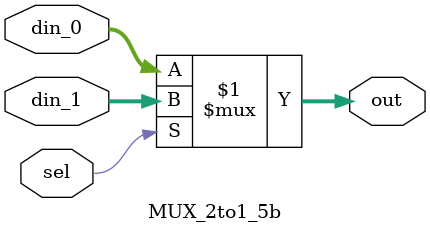
<source format=v>
module MUX_2to1_5b(din_0, din_1, sel, out);
// MUX for 5-bit input & output
input [4:0] din_0, din_1;
input sel;
output [4:0] out;
assign out = (sel) ? din_1 : din_0;
endmodule


</source>
